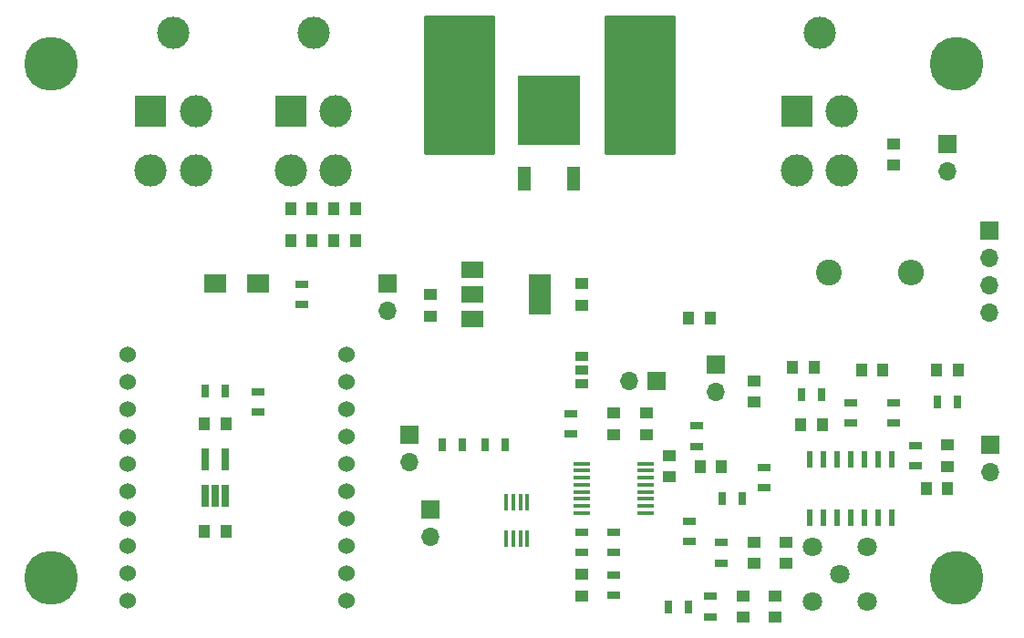
<source format=gbr>
G04 #@! TF.FileFunction,Soldermask,Top*
%FSLAX46Y46*%
G04 Gerber Fmt 4.6, Leading zero omitted, Abs format (unit mm)*
G04 Created by KiCad (PCBNEW 4.0.7-e2-6376~58~ubuntu16.04.1) date Mon Mar 26 17:22:23 2018*
%MOMM*%
%LPD*%
G01*
G04 APERTURE LIST*
%ADD10C,0.100000*%
%ADD11C,5.000000*%
%ADD12R,1.250000X1.000000*%
%ADD13R,1.000000X1.250000*%
%ADD14R,3.000000X3.000000*%
%ADD15C,3.000000*%
%ADD16C,1.798320*%
%ADD17C,1.795780*%
%ADD18R,1.700000X1.700000*%
%ADD19O,1.700000X1.700000*%
%ADD20R,1.270000X0.970000*%
%ADD21R,1.200000X2.200000*%
%ADD22R,5.800000X6.400000*%
%ADD23R,0.700000X1.300000*%
%ADD24R,1.300000X0.700000*%
%ADD25C,2.400000*%
%ADD26O,2.400000X2.400000*%
%ADD27R,1.500000X0.450000*%
%ADD28R,0.600000X1.500000*%
%ADD29R,2.000000X3.800000*%
%ADD30R,2.000000X1.500000*%
%ADD31R,0.300000X1.600000*%
%ADD32C,1.524000*%
%ADD33R,0.650000X2.000000*%
%ADD34R,2.000000X1.700000*%
%ADD35C,0.254000*%
G04 APERTURE END LIST*
D10*
D11*
X112776000Y-70358000D03*
X112776000Y-22606000D03*
X196850000Y-70358000D03*
D12*
X168000000Y-57000000D03*
X168000000Y-55000000D03*
X165000000Y-57000000D03*
X165000000Y-55000000D03*
D13*
X139000000Y-36000000D03*
X141000000Y-36000000D03*
X139000000Y-39000000D03*
X141000000Y-39000000D03*
X135000000Y-36000000D03*
X137000000Y-36000000D03*
X135000000Y-39000000D03*
X137000000Y-39000000D03*
D12*
X177000000Y-74000000D03*
X177000000Y-72000000D03*
X180000000Y-74000000D03*
X180000000Y-72000000D03*
X181000000Y-69000000D03*
X181000000Y-67000000D03*
X178000000Y-67000000D03*
X178000000Y-69000000D03*
D13*
X182388000Y-56134000D03*
X184388000Y-56134000D03*
X194000000Y-62000000D03*
X196000000Y-62000000D03*
D12*
X196000000Y-58000000D03*
X196000000Y-60000000D03*
D13*
X175000000Y-60000000D03*
X173000000Y-60000000D03*
D12*
X148000000Y-46000000D03*
X148000000Y-44000000D03*
X178000000Y-52000000D03*
X178000000Y-54000000D03*
D13*
X188000000Y-51000000D03*
X190000000Y-51000000D03*
X183626000Y-50800000D03*
X181626000Y-50800000D03*
X173974000Y-46228000D03*
X171974000Y-46228000D03*
X195000000Y-51000000D03*
X197000000Y-51000000D03*
D12*
X162000000Y-45000000D03*
X162000000Y-43000000D03*
X191000000Y-30000000D03*
X191000000Y-32000000D03*
X162000000Y-70000000D03*
X162000000Y-72000000D03*
D13*
X129000000Y-66000000D03*
X127000000Y-66000000D03*
X127000000Y-56000000D03*
X129000000Y-56000000D03*
D14*
X135000000Y-27000000D03*
D15*
X139200000Y-27000000D03*
X135000000Y-32500000D03*
X139200000Y-32500000D03*
X137100000Y-19700000D03*
D16*
X186000000Y-70000000D03*
D17*
X188540000Y-72540000D03*
X188540000Y-67460000D03*
X183460000Y-67460000D03*
X183460000Y-72540000D03*
D18*
X169000000Y-52000000D03*
D19*
X166460000Y-52000000D03*
D20*
X162000000Y-49730000D03*
X162000000Y-51000000D03*
X162000000Y-52270000D03*
D14*
X182000000Y-27000000D03*
D15*
X186200000Y-27000000D03*
X182000000Y-32500000D03*
X186200000Y-32500000D03*
X184100000Y-19700000D03*
D14*
X122000000Y-27000000D03*
D15*
X126200000Y-27000000D03*
X122000000Y-32500000D03*
X126200000Y-32500000D03*
X124100000Y-19700000D03*
D21*
X156720000Y-33200000D03*
X161280000Y-33200000D03*
D22*
X159000000Y-26900000D03*
D23*
X170050000Y-73000000D03*
X171950000Y-73000000D03*
D24*
X161000000Y-56950000D03*
X161000000Y-55050000D03*
X174000000Y-72050000D03*
X174000000Y-73950000D03*
X172000000Y-66950000D03*
X172000000Y-65050000D03*
X175000000Y-67050000D03*
X175000000Y-68950000D03*
D23*
X176950000Y-63000000D03*
X175050000Y-63000000D03*
D24*
X179000000Y-60050000D03*
X179000000Y-61950000D03*
X193000000Y-58050000D03*
X193000000Y-59950000D03*
D23*
X182438000Y-53340000D03*
X184338000Y-53340000D03*
D24*
X187000000Y-54050000D03*
X187000000Y-55950000D03*
X191000000Y-54050000D03*
X191000000Y-55950000D03*
X172720000Y-56200000D03*
X172720000Y-58100000D03*
D25*
X185000000Y-42000000D03*
D26*
X192620000Y-42000000D03*
D23*
X195050000Y-54000000D03*
X196950000Y-54000000D03*
X153050000Y-58000000D03*
X154950000Y-58000000D03*
X150950000Y-58000000D03*
X149050000Y-58000000D03*
D24*
X165000000Y-70050000D03*
X165000000Y-71950000D03*
X165000000Y-67950000D03*
X165000000Y-66050000D03*
X162000000Y-67950000D03*
X162000000Y-66050000D03*
D23*
X127050000Y-53000000D03*
X128950000Y-53000000D03*
D24*
X132000000Y-53050000D03*
X132000000Y-54950000D03*
D27*
X167950000Y-64275000D03*
X167950000Y-63625000D03*
X167950000Y-62975000D03*
X167950000Y-62325000D03*
X167950000Y-61675000D03*
X167950000Y-61025000D03*
X167950000Y-60375000D03*
X167950000Y-59725000D03*
X162050000Y-59725000D03*
X162050000Y-60375000D03*
X162050000Y-61025000D03*
X162050000Y-61675000D03*
X162050000Y-62325000D03*
X162050000Y-62975000D03*
X162050000Y-63625000D03*
X162050000Y-64275000D03*
D28*
X190810000Y-59300000D03*
X189540000Y-59300000D03*
X188270000Y-59300000D03*
X187000000Y-59300000D03*
X185730000Y-59300000D03*
X184460000Y-59300000D03*
X183190000Y-59300000D03*
X183190000Y-64700000D03*
X184460000Y-64700000D03*
X185730000Y-64700000D03*
X187000000Y-64700000D03*
X188270000Y-64700000D03*
X189540000Y-64700000D03*
X190810000Y-64700000D03*
D29*
X158150000Y-44000000D03*
D30*
X151850000Y-44000000D03*
X151850000Y-46300000D03*
X151850000Y-41700000D03*
D31*
X156975000Y-63300000D03*
X156325000Y-63300000D03*
X155675000Y-63300000D03*
X155025000Y-63300000D03*
X155025000Y-66700000D03*
X155675000Y-66700000D03*
X156325000Y-66700000D03*
X156975000Y-66700000D03*
D32*
X140160000Y-72400000D03*
X140160000Y-69860000D03*
X140160000Y-67320000D03*
X140160000Y-64780000D03*
X140160000Y-62240000D03*
X140160000Y-59700000D03*
X140160000Y-57160000D03*
X140160000Y-54620000D03*
X140160000Y-52080000D03*
X140160000Y-49540000D03*
X119840000Y-72400000D03*
X119840000Y-69860000D03*
X119840000Y-67320000D03*
X119840000Y-64780000D03*
X119840000Y-62240000D03*
X119840000Y-59700000D03*
X119840000Y-57160000D03*
X119840000Y-54620000D03*
X119840000Y-52080000D03*
X119840000Y-49540000D03*
D33*
X127050000Y-62710000D03*
X128000000Y-62710000D03*
X128950000Y-62710000D03*
X128950000Y-59290000D03*
X127050000Y-59290000D03*
D18*
X144000000Y-43000000D03*
D19*
X144000000Y-45540000D03*
D18*
X146000000Y-57000000D03*
D19*
X146000000Y-59540000D03*
D18*
X148000000Y-64000000D03*
D19*
X148000000Y-66540000D03*
D18*
X199898000Y-38100000D03*
D19*
X199898000Y-40640000D03*
X199898000Y-43180000D03*
X199898000Y-45720000D03*
D34*
X128000000Y-43000000D03*
X132000000Y-43000000D03*
D18*
X200000000Y-58000000D03*
D19*
X200000000Y-60540000D03*
D24*
X136000000Y-44950000D03*
X136000000Y-43050000D03*
D18*
X196000000Y-30000000D03*
D19*
X196000000Y-32540000D03*
D11*
X196850000Y-22606000D03*
D12*
X170180000Y-60944000D03*
X170180000Y-58944000D03*
D18*
X174498000Y-50546000D03*
D19*
X174498000Y-53086000D03*
D35*
G36*
X170561000Y-30861000D02*
X164211000Y-30861000D01*
X164211000Y-18161000D01*
X170561000Y-18161000D01*
X170561000Y-30861000D01*
X170561000Y-30861000D01*
G37*
X170561000Y-30861000D02*
X164211000Y-30861000D01*
X164211000Y-18161000D01*
X170561000Y-18161000D01*
X170561000Y-30861000D01*
G36*
X153797000Y-30861000D02*
X147447000Y-30861000D01*
X147447000Y-18161000D01*
X153797000Y-18161000D01*
X153797000Y-30861000D01*
X153797000Y-30861000D01*
G37*
X153797000Y-30861000D02*
X147447000Y-30861000D01*
X147447000Y-18161000D01*
X153797000Y-18161000D01*
X153797000Y-30861000D01*
M02*

</source>
